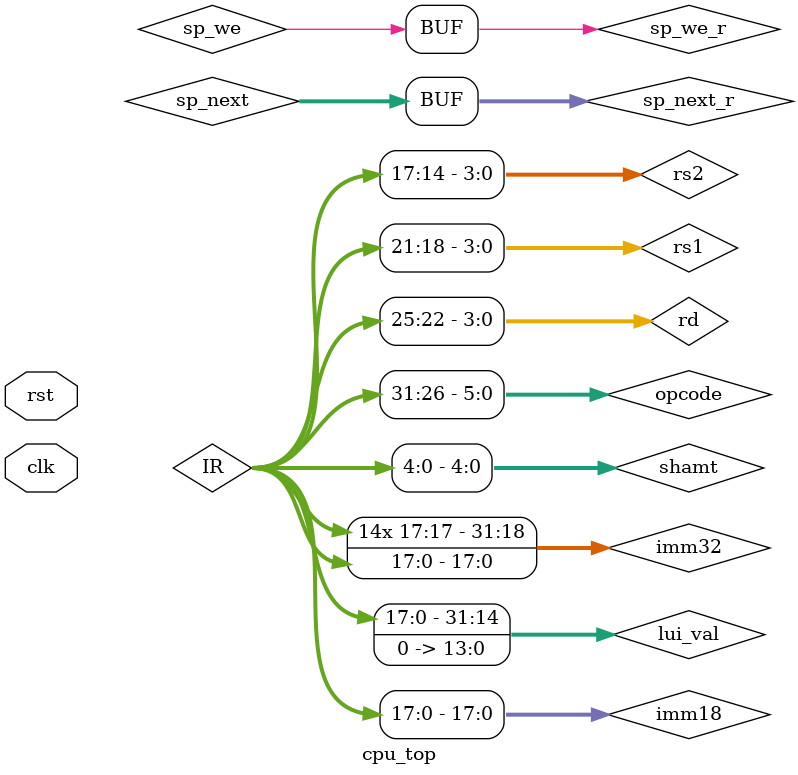
<source format=v>
module cpu_top (
    input  wire clk,
    input  wire rst
);
  // -----------------------------
  // Programmer-visible state
  // -----------------------------
  wire [31:0] PC_val;
  wire [31:0] SP_val;

  // pc_next computed combinationally
  wire [31:0] pc_next;

  // PC register
  pc U_PC(
    .clk(clk),
    .rst(rst),
    .pc_next(pc_next),
    .pc_out(PC_val)
  );

  // SP register
  wire        sp_we;
  wire [31:0] sp_next;
  sp U_SP(
    .clk(clk),
    .rst(rst),
    .sp_next(sp_next),
    .we(sp_we),
    .sp_out(SP_val)
  );

  // CCR register (Z N C V)
  wire        ccr_we;
  wire [3:0]  ccr_in, ccr_out;
  cc U_CCR(
    .clk(clk),
    .rst(rst),
    .we(ccr_we),
    .flags_in(ccr_in),
    .flags_out(ccr_out)
  );

  // -----------------------------
  // Instruction Fetch
  // -----------------------------
  wire [31:0] IR;

  // -----------------------------
  // Field decode
  // -----------------------------
  wire [5:0]  opcode = IR[31:26];
  wire [3:0]  rd     = IR[25:22];
  wire [3:0]  rs1    = IR[21:18];
  wire [3:0]  rs2    = IR[17:14];
  wire [17:0] imm18  = IR[17:0];
  

  // Sign-extend immediate
  wire [31:0] imm32  = {{14{imm18[17]}}, imm18};

  // -----------------------------
  // Register file
  // -----------------------------
  wire [31:0] rs1_data, rs2_data;
  wire        reg_we;
  wire [31:0] rd_wdata;

  register U_RF(
    .clk(clk),
    .rst(rst),
    .ra1(rs1),
    .ra2(rs2),
    .wa(rd),
    .we(reg_we),
    .wd(rd_wdata),
    .rd1(rs1_data),
    .rd2(rs2_data)
  );

  // -----------------------------
  // ALU operand select
  // -----------------------------
  wire use_imm;
  wire [31:0] opA = rs1_data;
  wire [31:0] opB = (use_imm ? imm32 : rs2_data);

  // -----------------------------
  // ALU
  // -----------------------------
  wire [3:0]  alu_op;
  wire [31:0] alu_Y;
  wire [3:0]  alu_flags;
  wire [4:0]  shamt = imm32[4:0];

  alu32 U_ALU(
    .A(opA),
    .B(opB),
    .shamt(shamt),
    .alu_op(alu_op),
    .Y(alu_Y),
    .Flag(alu_flags)
  );

  // connect ALU flags to CCR input
  assign ccr_in = alu_flags;

  // -----------------------------
  // Effective address (rs1 + imm)
  // -----------------------------
  wire [31:0] eff_addr;
  addN #(32) U_EADDR(
    .A(rs1_data),
    .B(imm32),
    .cin(1'b0),
    .S(eff_addr),
    .cout(), .carry_into_msb()
  );

  // -----------------------------
  // Memory (Instruction + Data + Stack)
  // -----------------------------
  wire        mem_we;
  wire        mem_re;
  wire [31:0] dmem_rdata;
  wire        is_call, is_ret;
  wire [31:0] ret_target;
  wire [31:0] pc_plus1;

  memory MEM (
    .clk(clk),
    .rst(rst),
    // Instruction side
    .pc_addr(PC_val),
    .instr_out(IR),
    // Data side
    .mem_we(mem_we),
    .mem_re(mem_re),
    .mem_addr(eff_addr),
    .mem_wdata(rs2_data),
    .mem_rdata(dmem_rdata),
    // Stack side
    .is_call(is_call),
    .is_ret(is_ret),
    .sp_addr(SP_val),
    .ret_addr(pc_plus1),
    .ret_target(ret_target)
  );

  // -----------------------------
  // Stack pointer updates
  // -----------------------------
  wire [31:0] sp_dec, sp_inc;
  addN #(32) U_SP_DEC(.A(SP_val), .B(~32'd0), .cin(1'b1), .S(sp_dec), .cout(), .carry_into_msb()); // SP - 1
  addN #(32) U_SP_INC(.A(SP_val), .B(32'd1),  .cin(1'b0), .S(sp_inc), .cout(), .carry_into_msb()); // SP + 1

  // temp wire for PC+1
  
  addN #(32) U_PC_INC(.A(PC_val), .B(32'd1), .cin(1'b0), .S(pc_plus1), .cout(), .carry_into_msb());

  // SP update logic
  reg [31:0] sp_next_r;
  reg        sp_we_r;
  always @* begin
    sp_we_r   = 1'b0;
    sp_next_r = SP_val;
    if (is_call) begin
      sp_we_r   = 1'b1;
      sp_next_r = sp_dec;
    end else if (is_ret) begin
      sp_we_r   = 1'b1;
      sp_next_r = sp_inc;
    end
  end
  assign sp_we   = sp_we_r;
  assign sp_next = sp_next_r;

  // -----------------------------
  // Next PC selection
  // -----------------------------
  wire [31:0] pc1_plus_off;
  addN #(32) U_BR_TGT(.A(pc_plus1), .B(imm32), .cin(1'b0), .S(pc1_plus_off), .cout(), .carry_into_msb());

  wire [31:0] jmp_target  = rs1_data;
  wire [31:0] call_target = rs1_data;

  localparam PC_NEXT_PLUS1   = 3'd0;
  localparam PC_NEXT_BRANCH  = 3'd1;
  localparam PC_NEXT_JUMP    = 3'd2;
  localparam PC_NEXT_CALL    = 3'd3;
  localparam PC_NEXT_RET     = 3'd4;

  wire [2:0] pc_src;
  reg [31:0] pc_next_r;
  always @* begin
    case (pc_src)
      PC_NEXT_PLUS1:  pc_next_r = pc_plus1;
      PC_NEXT_BRANCH: pc_next_r = pc1_plus_off;
      PC_NEXT_JUMP:   pc_next_r = jmp_target;
      PC_NEXT_CALL:   pc_next_r = call_target;
      PC_NEXT_RET:    pc_next_r = ret_target;
      default:        pc_next_r = pc_plus1;
    endcase
  end
  assign pc_next = pc_next_r;

  // -----------------------------
  // Writeback mux
  // -----------------------------
  wire [1:0] wb_sel;
  wire [31:0] lui_val = {imm18, 14'b0};

  reg [31:0] rd_wdata_r;
  always @* begin
    case (wb_sel)
      2'd0: rd_wdata_r = alu_Y;
      2'd1: rd_wdata_r = dmem_rdata;
      2'd2: rd_wdata_r = rs1_data;
      2'd3: rd_wdata_r = lui_val;
      default: rd_wdata_r = alu_Y;
    endcase
  end
  assign rd_wdata = rd_wdata_r;

  // -----------------------------
  // Control Unit
  // -----------------------------
  control CU (
    .opcode(opcode),
    .flags(ccr_out),
    .reg_we(reg_we),
    .mem_we(mem_we),
    .mem_re(mem_re),
    .ccr_we(ccr_we),
    .use_imm(use_imm),
    .alu_op(alu_op),
    .wb_sel(wb_sel),
    .pc_src(pc_src),
    .is_call(is_call),
    .is_ret(is_ret)
  );

endmodule

</source>
